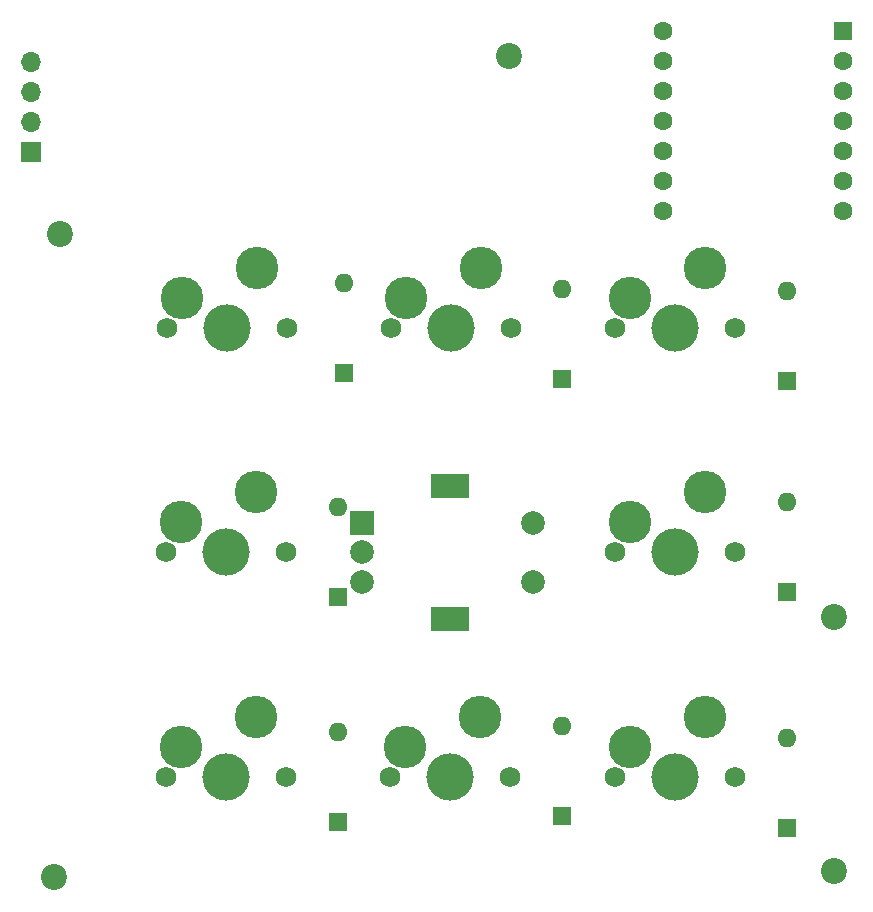
<source format=gbr>
%TF.GenerationSoftware,KiCad,Pcbnew,8.0.6*%
%TF.CreationDate,2024-10-30T00:35:20-04:00*%
%TF.ProjectId,MyHackpad,4d794861-636b-4706-9164-2e6b69636164,rev?*%
%TF.SameCoordinates,Original*%
%TF.FileFunction,Soldermask,Top*%
%TF.FilePolarity,Negative*%
%FSLAX46Y46*%
G04 Gerber Fmt 4.6, Leading zero omitted, Abs format (unit mm)*
G04 Created by KiCad (PCBNEW 8.0.6) date 2024-10-30 00:35:20*
%MOMM*%
%LPD*%
G01*
G04 APERTURE LIST*
%ADD10C,1.750000*%
%ADD11C,4.000000*%
%ADD12C,3.600000*%
%ADD13R,1.600000X1.600000*%
%ADD14O,1.600000X1.600000*%
%ADD15C,2.200000*%
%ADD16R,2.000000X2.000000*%
%ADD17C,2.000000*%
%ADD18R,3.200000X2.000000*%
%ADD19R,1.700000X1.700000*%
%ADD20O,1.700000X1.700000*%
%ADD21C,1.600000*%
G04 APERTURE END LIST*
D10*
%TO.C,K6*%
X46920000Y-78000000D03*
D11*
X52000000Y-78000000D03*
D10*
X57080000Y-78000000D03*
D12*
X48190000Y-75460000D03*
X54540000Y-72920000D03*
%TD*%
D13*
%TO.C,D1*%
X43000000Y-43810000D03*
D14*
X43000000Y-36190000D03*
%TD*%
D13*
%TO.C,D6*%
X61500000Y-81310000D03*
D14*
X61500000Y-73690000D03*
%TD*%
D15*
%TO.C,H5*%
X19000000Y-32000000D03*
%TD*%
D10*
%TO.C,K5*%
X65920000Y-78000000D03*
D11*
X71000000Y-78000000D03*
D10*
X76080000Y-78000000D03*
D12*
X67190000Y-75460000D03*
X73540000Y-72920000D03*
%TD*%
D16*
%TO.C,SW1*%
X44500000Y-56500000D03*
D17*
X44500000Y-61500000D03*
X44500000Y-59000000D03*
D18*
X52000000Y-53400000D03*
X52000000Y-64600000D03*
D17*
X59000000Y-61500000D03*
X59000000Y-56500000D03*
%TD*%
D13*
%TO.C,D4*%
X80500000Y-62310000D03*
D14*
X80500000Y-54690000D03*
%TD*%
D10*
%TO.C,K7*%
X27920000Y-78000000D03*
D11*
X33000000Y-78000000D03*
D10*
X38080000Y-78000000D03*
D12*
X29190000Y-75460000D03*
X35540000Y-72920000D03*
%TD*%
D13*
%TO.C,D3*%
X80500000Y-44500000D03*
D14*
X80500000Y-36880000D03*
%TD*%
D15*
%TO.C,H1*%
X84500000Y-86000000D03*
%TD*%
D19*
%TO.C,J1*%
X16500000Y-25120000D03*
D20*
X16500000Y-22580000D03*
X16500000Y-20040000D03*
X16500000Y-17500000D03*
%TD*%
D13*
%TO.C,D8*%
X42500000Y-62810000D03*
D14*
X42500000Y-55190000D03*
%TD*%
D10*
%TO.C,K4*%
X65920000Y-59000000D03*
D11*
X71000000Y-59000000D03*
D10*
X76080000Y-59000000D03*
D12*
X67190000Y-56460000D03*
X73540000Y-53920000D03*
%TD*%
D15*
%TO.C,H2*%
X57000000Y-17000000D03*
%TD*%
D10*
%TO.C,K1*%
X28000000Y-40000000D03*
D11*
X33080000Y-40000000D03*
D10*
X38160000Y-40000000D03*
D12*
X29270000Y-37460000D03*
X35620000Y-34920000D03*
%TD*%
D13*
%TO.C,D5*%
X80500000Y-82310000D03*
D14*
X80500000Y-74690000D03*
%TD*%
D13*
%TO.C,D2*%
X61500000Y-44310000D03*
D14*
X61500000Y-36690000D03*
%TD*%
D10*
%TO.C,K8*%
X27920000Y-59000000D03*
D11*
X33000000Y-59000000D03*
D10*
X38080000Y-59000000D03*
D12*
X29190000Y-56460000D03*
X35540000Y-53920000D03*
%TD*%
D15*
%TO.C,H3*%
X84500000Y-64500000D03*
%TD*%
D13*
%TO.C,D7*%
X42500000Y-81810000D03*
D14*
X42500000Y-74190000D03*
%TD*%
D10*
%TO.C,K2*%
X47000000Y-40000000D03*
D11*
X52080000Y-40000000D03*
D10*
X57160000Y-40000000D03*
D12*
X48270000Y-37460000D03*
X54620000Y-34920000D03*
%TD*%
D10*
%TO.C,K3*%
X65920000Y-40000000D03*
D11*
X71000000Y-40000000D03*
D10*
X76080000Y-40000000D03*
D12*
X67190000Y-37460000D03*
X73540000Y-34920000D03*
%TD*%
D15*
%TO.C,H4*%
X18500000Y-86500000D03*
%TD*%
D13*
%TO.C,U2*%
X85240000Y-14880000D03*
D21*
X85240000Y-17420000D03*
X85240000Y-19960000D03*
X85240000Y-22500000D03*
X85240000Y-25040000D03*
X85240000Y-27580000D03*
X85240000Y-30120000D03*
X70000000Y-30120000D03*
X70000000Y-27580000D03*
X70000000Y-25040000D03*
X70000000Y-22500000D03*
X70000000Y-19960000D03*
X70000000Y-17420000D03*
X70000000Y-14880000D03*
%TD*%
M02*

</source>
